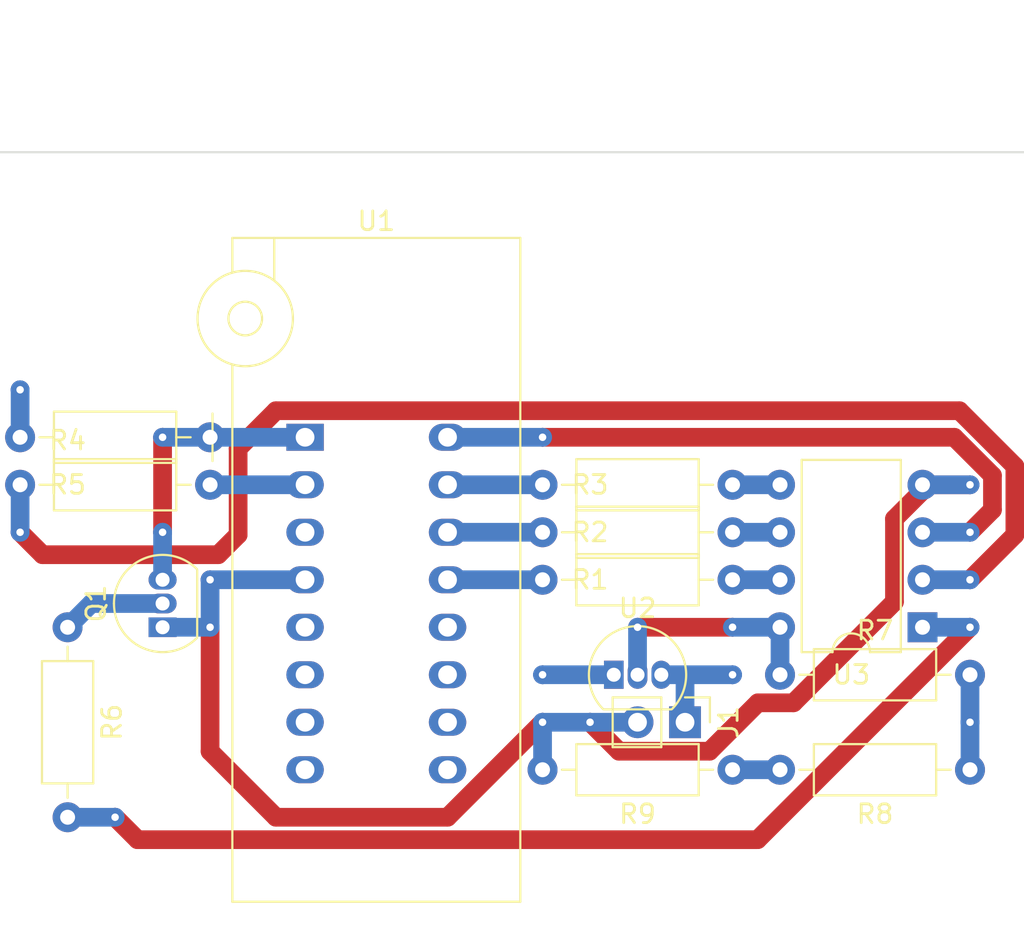
<source format=kicad_pcb>
(kicad_pcb (version 20171130) (host pcbnew "(5.1.10)-1")

  (general
    (thickness 1.6)
    (drawings 4)
    (tracks 118)
    (zones 0)
    (modules 14)
    (nets 19)
  )

  (page A4)
  (layers
    (0 F.Cu signal)
    (1 In1.Cu signal)
    (2 In2.Cu signal hide)
    (31 B.Cu signal hide)
    (32 B.Adhes user hide)
    (33 F.Adhes user hide)
    (34 B.Paste user hide)
    (35 F.Paste user hide)
    (36 B.SilkS user hide)
    (37 F.SilkS user hide)
    (38 B.Mask user)
    (39 F.Mask user hide)
    (40 Dwgs.User user hide)
    (41 Cmts.User user hide)
    (42 Eco1.User user hide)
    (43 Eco2.User user hide)
    (44 Edge.Cuts user hide)
    (45 Margin user hide)
    (46 B.CrtYd user hide)
    (47 F.CrtYd user)
    (48 B.Fab user hide)
    (49 F.Fab user)
  )

  (setup
    (last_trace_width 1)
    (trace_clearance 0.2)
    (zone_clearance 0.508)
    (zone_45_only no)
    (trace_min 0.2)
    (via_size 1)
    (via_drill 0.4)
    (via_min_size 0.4)
    (via_min_drill 0.3)
    (uvia_size 0.3)
    (uvia_drill 0.1)
    (uvias_allowed no)
    (uvia_min_size 0.2)
    (uvia_min_drill 0.1)
    (edge_width 0.05)
    (segment_width 0.2)
    (pcb_text_width 0.3)
    (pcb_text_size 1.5 1.5)
    (mod_edge_width 0.12)
    (mod_text_size 1 1)
    (mod_text_width 0.15)
    (pad_size 1.524 1.524)
    (pad_drill 0.762)
    (pad_to_mask_clearance 0)
    (aux_axis_origin 0 0)
    (visible_elements FFFFFF7F)
    (pcbplotparams
      (layerselection 0x29040_ffffffff)
      (usegerberextensions false)
      (usegerberattributes true)
      (usegerberadvancedattributes true)
      (creategerberjobfile true)
      (excludeedgelayer true)
      (linewidth 0.100000)
      (plotframeref false)
      (viasonmask false)
      (mode 1)
      (useauxorigin false)
      (hpglpennumber 1)
      (hpglpenspeed 20)
      (hpglpendiameter 15.000000)
      (psnegative false)
      (psa4output false)
      (plotreference true)
      (plotvalue true)
      (plotinvisibletext false)
      (padsonsilk false)
      (subtractmaskfromsilk false)
      (outputformat 4)
      (mirror false)
      (drillshape 0)
      (scaleselection 1)
      (outputdirectory "./"))
  )

  (net 0 "")
  (net 1 "Net-(Q1-Pad2)")
  (net 2 "Net-(Q1-Pad3)")
  (net 3 GND)
  (net 4 "Net-(R4-Pad2)")
  (net 5 "Net-(U1-Pad3)")
  (net 6 "Net-(R1-Pad2)")
  (net 7 "Net-(R2-Pad2)")
  (net 8 "Net-(R3-Pad2)")
  (net 9 /D8)
  (net 10 "Net-(R7-Pad2)")
  (net 11 +12V)
  (net 12 +5V)
  (net 13 /D13)
  (net 14 /D9)
  (net 15 /D12)
  (net 16 /D10)
  (net 17 /D11)
  (net 18 "Net-(R8-Pad2)")

  (net_class Default "This is the default net class."
    (clearance 0.2)
    (trace_width 1)
    (via_dia 1)
    (via_drill 0.4)
    (uvia_dia 0.3)
    (uvia_drill 0.1)
    (add_net +12V)
    (add_net +5V)
    (add_net /D10)
    (add_net /D11)
    (add_net /D12)
    (add_net /D13)
    (add_net /D8)
    (add_net /D9)
    (add_net GND)
    (add_net "Net-(Q1-Pad2)")
    (add_net "Net-(Q1-Pad3)")
    (add_net "Net-(R1-Pad2)")
    (add_net "Net-(R2-Pad2)")
    (add_net "Net-(R3-Pad2)")
    (add_net "Net-(R4-Pad2)")
    (add_net "Net-(R7-Pad2)")
    (add_net "Net-(R8-Pad2)")
    (add_net "Net-(U1-Pad3)")
  )

  (module Connector_PinHeader_2.54mm:PinHeader_1x02_P2.54mm_Vertical (layer F.Cu) (tedit 59FED5CC) (tstamp 616BDAAD)
    (at 157.48 116.84 270)
    (descr "Through hole straight pin header, 1x02, 2.54mm pitch, single row")
    (tags "Through hole pin header THT 1x02 2.54mm single row")
    (path /616E41C1)
    (fp_text reference J1 (at 0 -2.33 90) (layer F.SilkS)
      (effects (font (size 1 1) (thickness 0.15)))
    )
    (fp_text value Conn_01x02_Male (at 0 4.87 90) (layer F.Fab)
      (effects (font (size 1 1) (thickness 0.15)))
    )
    (fp_text user %R (at 0 1.27) (layer F.Fab)
      (effects (font (size 1 1) (thickness 0.15)))
    )
    (fp_line (start -0.635 -1.27) (end 1.27 -1.27) (layer F.Fab) (width 0.1))
    (fp_line (start 1.27 -1.27) (end 1.27 3.81) (layer F.Fab) (width 0.1))
    (fp_line (start 1.27 3.81) (end -1.27 3.81) (layer F.Fab) (width 0.1))
    (fp_line (start -1.27 3.81) (end -1.27 -0.635) (layer F.Fab) (width 0.1))
    (fp_line (start -1.27 -0.635) (end -0.635 -1.27) (layer F.Fab) (width 0.1))
    (fp_line (start -1.33 3.87) (end 1.33 3.87) (layer F.SilkS) (width 0.12))
    (fp_line (start -1.33 1.27) (end -1.33 3.87) (layer F.SilkS) (width 0.12))
    (fp_line (start 1.33 1.27) (end 1.33 3.87) (layer F.SilkS) (width 0.12))
    (fp_line (start -1.33 1.27) (end 1.33 1.27) (layer F.SilkS) (width 0.12))
    (fp_line (start -1.33 0) (end -1.33 -1.33) (layer F.SilkS) (width 0.12))
    (fp_line (start -1.33 -1.33) (end 0 -1.33) (layer F.SilkS) (width 0.12))
    (fp_line (start -1.8 -1.8) (end -1.8 4.35) (layer F.CrtYd) (width 0.05))
    (fp_line (start -1.8 4.35) (end 1.8 4.35) (layer F.CrtYd) (width 0.05))
    (fp_line (start 1.8 4.35) (end 1.8 -1.8) (layer F.CrtYd) (width 0.05))
    (fp_line (start 1.8 -1.8) (end -1.8 -1.8) (layer F.CrtYd) (width 0.05))
    (pad 2 thru_hole oval (at 0 2.54 270) (size 1.7 1.7) (drill 1) (layers *.Cu *.Mask)
      (net 3 GND))
    (pad 1 thru_hole rect (at 0 0 270) (size 1.7 1.7) (drill 1) (layers *.Cu *.Mask)
      (net 11 +12V))
    (model ${KISYS3DMOD}/Connector_PinHeader_2.54mm.3dshapes/PinHeader_1x02_P2.54mm_Vertical.wrl
      (at (xyz 0 0 0))
      (scale (xyz 1 1 1))
      (rotate (xyz 0 0 0))
    )
  )

  (module _computemachines:DIP_Socket-16_W4.3_W5.08_W7.62_W10.16_W10.9_3M_216-3340-00-0602J (layer F.Cu) (tedit 616B5AC9) (tstamp 616B86D7)
    (at 137.16 101.6)
    (descr "3M 16-pin zero insertion force socket, through-hole, row spacing 7.62 mm (300 mils), http://multimedia.3m.com/mws/media/494546O/3mtm-dip-sockets-100-2-54-mm-ts0365.pdf")
    (tags "THT DIP DIL ZIF 7.62mm 300mil Socket")
    (path /616B34A0)
    (fp_text reference U1 (at 3.81 -11.56) (layer F.SilkS)
      (effects (font (size 1 1) (thickness 0.15)))
    )
    (fp_text value ATtiny85-20PU (at 3.81 25.74) (layer F.Fab)
      (effects (font (size 0.6 0.6) (thickness 0.09)))
    )
    (fp_text user %R (at 3.81 7.09) (layer F.Fab)
      (effects (font (size 1 1) (thickness 0.15)))
    )
    (fp_circle (center -3.2 -6.35) (end -0.65 -6.35) (layer F.SilkS) (width 0.12))
    (fp_circle (center -3.2 -6.35) (end -2.3 -6.35) (layer F.SilkS) (width 0.12))
    (fp_line (start -5.5 -23.36) (end 0.1 -23.36) (layer F.CrtYd) (width 0.05))
    (fp_line (start 0.1 -23.36) (end 0.1 -11.06) (layer F.CrtYd) (width 0.05))
    (fp_line (start 0.1 -11.06) (end 11.91 -11.06) (layer F.CrtYd) (width 0.05))
    (fp_line (start 11.91 -11.06) (end 11.91 25.24) (layer F.CrtYd) (width 0.05))
    (fp_line (start 11.91 25.24) (end -4.29 25.24) (layer F.CrtYd) (width 0.05))
    (fp_line (start -4.29 25.24) (end -4.29 -3.4) (layer F.CrtYd) (width 0.05))
    (fp_line (start -4.29 -3.4) (end -5.5 -3.4) (layer F.CrtYd) (width 0.05))
    (fp_line (start -5.5 -3.4) (end -5.5 -23.36) (layer F.CrtYd) (width 0.05))
    (fp_line (start -5 -21.46) (end -3.7 -22.86) (layer F.Fab) (width 0.1))
    (fp_line (start -3.7 -22.86) (end -1.7 -22.86) (layer F.Fab) (width 0.1))
    (fp_line (start -1.7 -22.86) (end -0.4 -21.46) (layer F.Fab) (width 0.1))
    (fp_line (start -0.4 -21.46) (end -5 -21.46) (layer F.Fab) (width 0.1))
    (fp_line (start -5 -21.46) (end -5 -17.86) (layer F.Fab) (width 0.1))
    (fp_line (start -5 -17.86) (end -0.4 -17.86) (layer F.Fab) (width 0.1))
    (fp_line (start -0.4 -17.86) (end -0.4 -21.46) (layer F.Fab) (width 0.1))
    (fp_line (start -5 -17.86) (end -3.5 -15.86) (layer F.Fab) (width 0.1))
    (fp_line (start -0.4 -17.86) (end -1.9 -15.86) (layer F.Fab) (width 0.1))
    (fp_line (start -3.5 -9.75) (end -3.5 -15.86) (layer F.Fab) (width 0.1))
    (fp_line (start -3.5 -15.86) (end -1.9 -15.86) (layer F.Fab) (width 0.1))
    (fp_line (start -1.9 -15.86) (end -1.9 -10.56) (layer F.Fab) (width 0.1))
    (fp_line (start 11.41 24.74) (end -3.79 24.74) (layer F.Fab) (width 0.1))
    (fp_line (start -3.79 24.74) (end -3.79 -9.4) (layer F.Fab) (width 0.1))
    (fp_line (start -3.79 -9.4) (end -2.85 -10.56) (layer F.Fab) (width 0.1))
    (fp_line (start -2.85 -10.56) (end 11.41 -10.56) (layer F.Fab) (width 0.1))
    (fp_line (start 11.41 -10.56) (end 11.41 24.74) (layer F.Fab) (width 0.1))
    (fp_line (start -3.89 -3.9) (end -3.89 24.84) (layer F.SilkS) (width 0.12))
    (fp_line (start -3.89 24.84) (end 11.51 24.84) (layer F.SilkS) (width 0.12))
    (fp_line (start 11.51 24.84) (end 11.51 -10.66) (layer F.SilkS) (width 0.12))
    (fp_line (start 11.51 -10.66) (end -3.89 -10.66) (layer F.SilkS) (width 0.12))
    (fp_line (start -3.89 -10.66) (end -3.89 -8.8) (layer F.SilkS) (width 0.12))
    (fp_line (start -1.65 -10.66) (end -1.65 -8.4) (layer F.SilkS) (width 0.12))
    (fp_line (start -4.95 1.27) (end -4.95 -1.27) (layer F.SilkS) (width 0.12))
    (pad "" thru_hole oval (at 7.62 17.78) (size 2 1.44) (drill 1) (layers *.Cu *.Mask))
    (pad "" thru_hole oval (at 0 17.78) (size 2 1.44) (drill 1) (layers *.Cu *.Mask))
    (pad "" thru_hole oval (at 7.62 15.24) (size 2 1.44) (drill 1) (layers *.Cu *.Mask))
    (pad "" thru_hole oval (at 0 15.24) (size 2 1.44) (drill 1) (layers *.Cu *.Mask Dwgs.User))
    (pad "" thru_hole oval (at 7.62 12.7) (size 2 1.44) (drill 1) (layers *.Cu *.Mask))
    (pad "" thru_hole oval (at 0 12.7) (size 2 1.44) (drill 1) (layers *.Cu *.Mask))
    (pad "" thru_hole oval (at 7.62 10.16) (size 2 1.44) (drill 1) (layers *.Cu *.Mask))
    (pad "" thru_hole oval (at 0 10.16) (size 2 1.44) (drill 1) (layers *.Cu *.Mask))
    (pad 5 thru_hole oval (at 7.62 7.62) (size 2 1.44) (drill 1) (layers *.Cu *.Mask)
      (net 6 "Net-(R1-Pad2)"))
    (pad 4 thru_hole oval (at 0 7.62) (size 2 1.44) (drill 1) (layers *.Cu *.Mask)
      (net 3 GND))
    (pad 6 thru_hole oval (at 7.62 5.08) (size 2 1.44) (drill 1) (layers *.Cu *.Mask)
      (net 7 "Net-(R2-Pad2)"))
    (pad 3 thru_hole oval (at 0 5.08) (size 2 1.44) (drill 1) (layers *.Cu *.Mask)
      (net 5 "Net-(U1-Pad3)"))
    (pad 7 thru_hole oval (at 7.62 2.54) (size 2 1.44) (drill 1) (layers *.Cu *.Mask)
      (net 8 "Net-(R3-Pad2)"))
    (pad 2 thru_hole oval (at 0 2.54) (size 2 1.44) (drill 1) (layers *.Cu *.Mask)
      (net 4 "Net-(R4-Pad2)"))
    (pad 8 thru_hole oval (at 7.62 0) (size 2 1.44) (drill 1) (layers *.Cu *.Mask)
      (net 9 /D8))
    (pad 1 thru_hole rect (at 0 0) (size 2 1.44) (drill 1) (layers *.Cu *.Mask)
      (net 2 "Net-(Q1-Pad3)"))
    (model ${KISYS3DMOD}/Socket.3dshapes/DIP_Socket-16_W4.3_W5.08_W7.62_W10.16_W10.9_3M_216-3340-00-0602J.wrl
      (at (xyz 0 0 0))
      (scale (xyz 1 1 1))
      (rotate (xyz 0 0 0))
    )
  )

  (module Package_TO_SOT_THT:TO-92_Inline (layer F.Cu) (tedit 5A1DD157) (tstamp 616B9745)
    (at 153.67 114.3)
    (descr "TO-92 leads in-line, narrow, oval pads, drill 0.75mm (see NXP sot054_po.pdf)")
    (tags "to-92 sc-43 sc-43a sot54 PA33 transistor")
    (path /616D057D)
    (fp_text reference U2 (at 1.27 -3.56) (layer F.SilkS)
      (effects (font (size 1 1) (thickness 0.15)))
    )
    (fp_text value LM317L_TO92 (at 1.27 2.79) (layer F.Fab)
      (effects (font (size 1 1) (thickness 0.15)))
    )
    (fp_arc (start 1.27 0) (end 1.27 -2.6) (angle 135) (layer F.SilkS) (width 0.12))
    (fp_arc (start 1.27 0) (end 1.27 -2.48) (angle -135) (layer F.Fab) (width 0.1))
    (fp_arc (start 1.27 0) (end 1.27 -2.6) (angle -135) (layer F.SilkS) (width 0.12))
    (fp_arc (start 1.27 0) (end 1.27 -2.48) (angle 135) (layer F.Fab) (width 0.1))
    (fp_text user %R (at 1.27 -2.48) (layer F.Fab)
      (effects (font (size 1 1) (thickness 0.15)))
    )
    (fp_line (start -0.53 1.85) (end 3.07 1.85) (layer F.SilkS) (width 0.12))
    (fp_line (start -0.5 1.75) (end 3 1.75) (layer F.Fab) (width 0.1))
    (fp_line (start -1.46 -2.73) (end 4 -2.73) (layer F.CrtYd) (width 0.05))
    (fp_line (start -1.46 -2.73) (end -1.46 2.01) (layer F.CrtYd) (width 0.05))
    (fp_line (start 4 2.01) (end 4 -2.73) (layer F.CrtYd) (width 0.05))
    (fp_line (start 4 2.01) (end -1.46 2.01) (layer F.CrtYd) (width 0.05))
    (pad 1 thru_hole rect (at 0 0) (size 1.05 1.5) (drill 0.75) (layers *.Cu *.Mask)
      (net 10 "Net-(R7-Pad2)"))
    (pad 3 thru_hole oval (at 2.54 0) (size 1.05 1.5) (drill 0.75) (layers *.Cu *.Mask)
      (net 11 +12V))
    (pad 2 thru_hole oval (at 1.27 0) (size 1.05 1.5) (drill 0.75) (layers *.Cu *.Mask)
      (net 12 +5V))
    (model ${KISYS3DMOD}/Package_TO_SOT_THT.3dshapes/TO-92_Inline.wrl
      (at (xyz 0 0 0))
      (scale (xyz 1 1 1))
      (rotate (xyz 0 0 0))
    )
  )

  (module Resistor_THT:R_Axial_DIN0207_L6.3mm_D2.5mm_P10.16mm_Horizontal (layer F.Cu) (tedit 5AE5139B) (tstamp 616B8FBE)
    (at 160.02 119.38 180)
    (descr "Resistor, Axial_DIN0207 series, Axial, Horizontal, pin pitch=10.16mm, 0.25W = 1/4W, length*diameter=6.3*2.5mm^2, http://cdn-reichelt.de/documents/datenblatt/B400/1_4W%23YAG.pdf")
    (tags "Resistor Axial_DIN0207 series Axial Horizontal pin pitch 10.16mm 0.25W = 1/4W length 6.3mm diameter 2.5mm")
    (path /616C209D)
    (fp_text reference R9 (at 5.08 -2.37) (layer F.SilkS)
      (effects (font (size 1 1) (thickness 0.15)))
    )
    (fp_text value 470 (at 5.08 0) (layer F.Fab)
      (effects (font (size 1 1) (thickness 0.15)))
    )
    (fp_line (start 1.93 -1.25) (end 1.93 1.25) (layer F.Fab) (width 0.1))
    (fp_line (start 1.93 1.25) (end 8.23 1.25) (layer F.Fab) (width 0.1))
    (fp_line (start 8.23 1.25) (end 8.23 -1.25) (layer F.Fab) (width 0.1))
    (fp_line (start 8.23 -1.25) (end 1.93 -1.25) (layer F.Fab) (width 0.1))
    (fp_line (start 0 0) (end 1.93 0) (layer F.Fab) (width 0.1))
    (fp_line (start 10.16 0) (end 8.23 0) (layer F.Fab) (width 0.1))
    (fp_line (start 1.81 -1.37) (end 1.81 1.37) (layer F.SilkS) (width 0.12))
    (fp_line (start 1.81 1.37) (end 8.35 1.37) (layer F.SilkS) (width 0.12))
    (fp_line (start 8.35 1.37) (end 8.35 -1.37) (layer F.SilkS) (width 0.12))
    (fp_line (start 8.35 -1.37) (end 1.81 -1.37) (layer F.SilkS) (width 0.12))
    (fp_line (start 1.04 0) (end 1.81 0) (layer F.SilkS) (width 0.12))
    (fp_line (start 9.12 0) (end 8.35 0) (layer F.SilkS) (width 0.12))
    (fp_line (start -1.05 -1.5) (end -1.05 1.5) (layer F.CrtYd) (width 0.05))
    (fp_line (start -1.05 1.5) (end 11.21 1.5) (layer F.CrtYd) (width 0.05))
    (fp_line (start 11.21 1.5) (end 11.21 -1.5) (layer F.CrtYd) (width 0.05))
    (fp_line (start 11.21 -1.5) (end -1.05 -1.5) (layer F.CrtYd) (width 0.05))
    (pad 2 thru_hole oval (at 10.16 0 180) (size 1.6 1.6) (drill 0.8) (layers *.Cu *.Mask)
      (net 3 GND))
    (pad 1 thru_hole circle (at 0 0 180) (size 1.6 1.6) (drill 0.8) (layers *.Cu *.Mask)
      (net 18 "Net-(R8-Pad2)"))
    (model ${KISYS3DMOD}/Resistor_THT.3dshapes/R_Axial_DIN0207_L6.3mm_D2.5mm_P10.16mm_Horizontal.wrl
      (at (xyz 0 0 0))
      (scale (xyz 1 1 1))
      (rotate (xyz 0 0 0))
    )
  )

  (module Resistor_THT:R_Axial_DIN0207_L6.3mm_D2.5mm_P10.16mm_Horizontal (layer F.Cu) (tedit 5AE5139B) (tstamp 616B8FA7)
    (at 172.72 119.38 180)
    (descr "Resistor, Axial_DIN0207 series, Axial, Horizontal, pin pitch=10.16mm, 0.25W = 1/4W, length*diameter=6.3*2.5mm^2, http://cdn-reichelt.de/documents/datenblatt/B400/1_4W%23YAG.pdf")
    (tags "Resistor Axial_DIN0207 series Axial Horizontal pin pitch 10.16mm 0.25W = 1/4W length 6.3mm diameter 2.5mm")
    (path /616B4EFB)
    (fp_text reference R8 (at 5.08 -2.37) (layer F.SilkS)
      (effects (font (size 1 1) (thickness 0.15)))
    )
    (fp_text value 1k (at 5.08 0) (layer F.Fab)
      (effects (font (size 1 1) (thickness 0.15)))
    )
    (fp_line (start 1.93 -1.25) (end 1.93 1.25) (layer F.Fab) (width 0.1))
    (fp_line (start 1.93 1.25) (end 8.23 1.25) (layer F.Fab) (width 0.1))
    (fp_line (start 8.23 1.25) (end 8.23 -1.25) (layer F.Fab) (width 0.1))
    (fp_line (start 8.23 -1.25) (end 1.93 -1.25) (layer F.Fab) (width 0.1))
    (fp_line (start 0 0) (end 1.93 0) (layer F.Fab) (width 0.1))
    (fp_line (start 10.16 0) (end 8.23 0) (layer F.Fab) (width 0.1))
    (fp_line (start 1.81 -1.37) (end 1.81 1.37) (layer F.SilkS) (width 0.12))
    (fp_line (start 1.81 1.37) (end 8.35 1.37) (layer F.SilkS) (width 0.12))
    (fp_line (start 8.35 1.37) (end 8.35 -1.37) (layer F.SilkS) (width 0.12))
    (fp_line (start 8.35 -1.37) (end 1.81 -1.37) (layer F.SilkS) (width 0.12))
    (fp_line (start 1.04 0) (end 1.81 0) (layer F.SilkS) (width 0.12))
    (fp_line (start 9.12 0) (end 8.35 0) (layer F.SilkS) (width 0.12))
    (fp_line (start -1.05 -1.5) (end -1.05 1.5) (layer F.CrtYd) (width 0.05))
    (fp_line (start -1.05 1.5) (end 11.21 1.5) (layer F.CrtYd) (width 0.05))
    (fp_line (start 11.21 1.5) (end 11.21 -1.5) (layer F.CrtYd) (width 0.05))
    (fp_line (start 11.21 -1.5) (end -1.05 -1.5) (layer F.CrtYd) (width 0.05))
    (pad 2 thru_hole oval (at 10.16 0 180) (size 1.6 1.6) (drill 0.8) (layers *.Cu *.Mask)
      (net 18 "Net-(R8-Pad2)"))
    (pad 1 thru_hole circle (at 0 0 180) (size 1.6 1.6) (drill 0.8) (layers *.Cu *.Mask)
      (net 10 "Net-(R7-Pad2)"))
    (model ${KISYS3DMOD}/Resistor_THT.3dshapes/R_Axial_DIN0207_L6.3mm_D2.5mm_P10.16mm_Horizontal.wrl
      (at (xyz 0 0 0))
      (scale (xyz 1 1 1))
      (rotate (xyz 0 0 0))
    )
  )

  (module Resistor_THT:R_Axial_DIN0207_L6.3mm_D2.5mm_P10.16mm_Horizontal (layer F.Cu) (tedit 5AE5139B) (tstamp 616B8F90)
    (at 162.56 114.3)
    (descr "Resistor, Axial_DIN0207 series, Axial, Horizontal, pin pitch=10.16mm, 0.25W = 1/4W, length*diameter=6.3*2.5mm^2, http://cdn-reichelt.de/documents/datenblatt/B400/1_4W%23YAG.pdf")
    (tags "Resistor Axial_DIN0207 series Axial Horizontal pin pitch 10.16mm 0.25W = 1/4W length 6.3mm diameter 2.5mm")
    (path /616B5545)
    (fp_text reference R7 (at 5.08 -2.37) (layer F.SilkS)
      (effects (font (size 1 1) (thickness 0.15)))
    )
    (fp_text value 470 (at 5.08 0) (layer F.Fab)
      (effects (font (size 1 1) (thickness 0.15)))
    )
    (fp_line (start 1.93 -1.25) (end 1.93 1.25) (layer F.Fab) (width 0.1))
    (fp_line (start 1.93 1.25) (end 8.23 1.25) (layer F.Fab) (width 0.1))
    (fp_line (start 8.23 1.25) (end 8.23 -1.25) (layer F.Fab) (width 0.1))
    (fp_line (start 8.23 -1.25) (end 1.93 -1.25) (layer F.Fab) (width 0.1))
    (fp_line (start 0 0) (end 1.93 0) (layer F.Fab) (width 0.1))
    (fp_line (start 10.16 0) (end 8.23 0) (layer F.Fab) (width 0.1))
    (fp_line (start 1.81 -1.37) (end 1.81 1.37) (layer F.SilkS) (width 0.12))
    (fp_line (start 1.81 1.37) (end 8.35 1.37) (layer F.SilkS) (width 0.12))
    (fp_line (start 8.35 1.37) (end 8.35 -1.37) (layer F.SilkS) (width 0.12))
    (fp_line (start 8.35 -1.37) (end 1.81 -1.37) (layer F.SilkS) (width 0.12))
    (fp_line (start 1.04 0) (end 1.81 0) (layer F.SilkS) (width 0.12))
    (fp_line (start 9.12 0) (end 8.35 0) (layer F.SilkS) (width 0.12))
    (fp_line (start -1.05 -1.5) (end -1.05 1.5) (layer F.CrtYd) (width 0.05))
    (fp_line (start -1.05 1.5) (end 11.21 1.5) (layer F.CrtYd) (width 0.05))
    (fp_line (start 11.21 1.5) (end 11.21 -1.5) (layer F.CrtYd) (width 0.05))
    (fp_line (start 11.21 -1.5) (end -1.05 -1.5) (layer F.CrtYd) (width 0.05))
    (pad 2 thru_hole oval (at 10.16 0) (size 1.6 1.6) (drill 0.8) (layers *.Cu *.Mask)
      (net 10 "Net-(R7-Pad2)"))
    (pad 1 thru_hole circle (at 0 0) (size 1.6 1.6) (drill 0.8) (layers *.Cu *.Mask)
      (net 12 +5V))
    (model ${KISYS3DMOD}/Resistor_THT.3dshapes/R_Axial_DIN0207_L6.3mm_D2.5mm_P10.16mm_Horizontal.wrl
      (at (xyz 0 0 0))
      (scale (xyz 1 1 1))
      (rotate (xyz 0 0 0))
    )
  )

  (module Resistor_THT:R_Axial_DIN0207_L6.3mm_D2.5mm_P10.16mm_Horizontal (layer F.Cu) (tedit 5AE5139B) (tstamp 616B8F79)
    (at 124.46 111.76 270)
    (descr "Resistor, Axial_DIN0207 series, Axial, Horizontal, pin pitch=10.16mm, 0.25W = 1/4W, length*diameter=6.3*2.5mm^2, http://cdn-reichelt.de/documents/datenblatt/B400/1_4W%23YAG.pdf")
    (tags "Resistor Axial_DIN0207 series Axial Horizontal pin pitch 10.16mm 0.25W = 1/4W length 6.3mm diameter 2.5mm")
    (path /616BF678)
    (fp_text reference R6 (at 5.08 -2.37 90) (layer F.SilkS)
      (effects (font (size 1 1) (thickness 0.15)))
    )
    (fp_text value 1k (at 5.08 2.37 90) (layer F.Fab)
      (effects (font (size 1 1) (thickness 0.15)))
    )
    (fp_text user %R (at 5.08 0 90) (layer F.Fab)
      (effects (font (size 1 1) (thickness 0.15)))
    )
    (fp_line (start 1.93 -1.25) (end 1.93 1.25) (layer F.Fab) (width 0.1))
    (fp_line (start 1.93 1.25) (end 8.23 1.25) (layer F.Fab) (width 0.1))
    (fp_line (start 8.23 1.25) (end 8.23 -1.25) (layer F.Fab) (width 0.1))
    (fp_line (start 8.23 -1.25) (end 1.93 -1.25) (layer F.Fab) (width 0.1))
    (fp_line (start 0 0) (end 1.93 0) (layer F.Fab) (width 0.1))
    (fp_line (start 10.16 0) (end 8.23 0) (layer F.Fab) (width 0.1))
    (fp_line (start 1.81 -1.37) (end 1.81 1.37) (layer F.SilkS) (width 0.12))
    (fp_line (start 1.81 1.37) (end 8.35 1.37) (layer F.SilkS) (width 0.12))
    (fp_line (start 8.35 1.37) (end 8.35 -1.37) (layer F.SilkS) (width 0.12))
    (fp_line (start 8.35 -1.37) (end 1.81 -1.37) (layer F.SilkS) (width 0.12))
    (fp_line (start 1.04 0) (end 1.81 0) (layer F.SilkS) (width 0.12))
    (fp_line (start 9.12 0) (end 8.35 0) (layer F.SilkS) (width 0.12))
    (fp_line (start -1.05 -1.5) (end -1.05 1.5) (layer F.CrtYd) (width 0.05))
    (fp_line (start -1.05 1.5) (end 11.21 1.5) (layer F.CrtYd) (width 0.05))
    (fp_line (start 11.21 1.5) (end 11.21 -1.5) (layer F.CrtYd) (width 0.05))
    (fp_line (start 11.21 -1.5) (end -1.05 -1.5) (layer F.CrtYd) (width 0.05))
    (pad 2 thru_hole oval (at 10.16 0 270) (size 1.6 1.6) (drill 0.8) (layers *.Cu *.Mask)
      (net 13 /D13))
    (pad 1 thru_hole circle (at 0 0 270) (size 1.6 1.6) (drill 0.8) (layers *.Cu *.Mask)
      (net 1 "Net-(Q1-Pad2)"))
    (model ${KISYS3DMOD}/Resistor_THT.3dshapes/R_Axial_DIN0207_L6.3mm_D2.5mm_P10.16mm_Horizontal.wrl
      (at (xyz 0 0 0))
      (scale (xyz 1 1 1))
      (rotate (xyz 0 0 0))
    )
  )

  (module Resistor_THT:R_Axial_DIN0207_L6.3mm_D2.5mm_P10.16mm_Horizontal (layer F.Cu) (tedit 5AE5139B) (tstamp 616B8F62)
    (at 132.08 101.6 180)
    (descr "Resistor, Axial_DIN0207 series, Axial, Horizontal, pin pitch=10.16mm, 0.25W = 1/4W, length*diameter=6.3*2.5mm^2, http://cdn-reichelt.de/documents/datenblatt/B400/1_4W%23YAG.pdf")
    (tags "Resistor Axial_DIN0207 series Axial Horizontal pin pitch 10.16mm 0.25W = 1/4W length 6.3mm diameter 2.5mm")
    (path /616BE8A3)
    (fp_text reference R5 (at 7.62 -2.54) (layer F.SilkS)
      (effects (font (size 1 1) (thickness 0.15)))
    )
    (fp_text value 1k (at 5.08 0) (layer F.Fab)
      (effects (font (size 1 1) (thickness 0.15)))
    )
    (fp_line (start 1.93 -1.25) (end 1.93 1.25) (layer F.Fab) (width 0.1))
    (fp_line (start 1.93 1.25) (end 8.23 1.25) (layer F.Fab) (width 0.1))
    (fp_line (start 8.23 1.25) (end 8.23 -1.25) (layer F.Fab) (width 0.1))
    (fp_line (start 8.23 -1.25) (end 1.93 -1.25) (layer F.Fab) (width 0.1))
    (fp_line (start 0 0) (end 1.93 0) (layer F.Fab) (width 0.1))
    (fp_line (start 10.16 0) (end 8.23 0) (layer F.Fab) (width 0.1))
    (fp_line (start 1.81 -1.37) (end 1.81 1.37) (layer F.SilkS) (width 0.12))
    (fp_line (start 1.81 1.37) (end 8.35 1.37) (layer F.SilkS) (width 0.12))
    (fp_line (start 8.35 1.37) (end 8.35 -1.37) (layer F.SilkS) (width 0.12))
    (fp_line (start 8.35 -1.37) (end 1.81 -1.37) (layer F.SilkS) (width 0.12))
    (fp_line (start 1.04 0) (end 1.81 0) (layer F.SilkS) (width 0.12))
    (fp_line (start 9.12 0) (end 8.35 0) (layer F.SilkS) (width 0.12))
    (fp_line (start -1.05 -1.5) (end -1.05 1.5) (layer F.CrtYd) (width 0.05))
    (fp_line (start -1.05 1.5) (end 11.21 1.5) (layer F.CrtYd) (width 0.05))
    (fp_line (start 11.21 1.5) (end 11.21 -1.5) (layer F.CrtYd) (width 0.05))
    (fp_line (start 11.21 -1.5) (end -1.05 -1.5) (layer F.CrtYd) (width 0.05))
    (pad 2 thru_hole oval (at 10.16 0 180) (size 1.6 1.6) (drill 0.8) (layers *.Cu *.Mask)
      (net 11 +12V))
    (pad 1 thru_hole circle (at 0 0 180) (size 1.6 1.6) (drill 0.8) (layers *.Cu *.Mask)
      (net 2 "Net-(Q1-Pad3)"))
    (model ${KISYS3DMOD}/Resistor_THT.3dshapes/R_Axial_DIN0207_L6.3mm_D2.5mm_P10.16mm_Horizontal.wrl
      (at (xyz 0 0 0))
      (scale (xyz 1 1 1))
      (rotate (xyz 0 0 0))
    )
  )

  (module Resistor_THT:R_Axial_DIN0207_L6.3mm_D2.5mm_P10.16mm_Horizontal (layer F.Cu) (tedit 5AE5139B) (tstamp 616B8F4B)
    (at 121.92 104.14)
    (descr "Resistor, Axial_DIN0207 series, Axial, Horizontal, pin pitch=10.16mm, 0.25W = 1/4W, length*diameter=6.3*2.5mm^2, http://cdn-reichelt.de/documents/datenblatt/B400/1_4W%23YAG.pdf")
    (tags "Resistor Axial_DIN0207 series Axial Horizontal pin pitch 10.16mm 0.25W = 1/4W length 6.3mm diameter 2.5mm")
    (path /616B9022)
    (fp_text reference R4 (at 2.54 -2.37) (layer F.SilkS)
      (effects (font (size 1 1) (thickness 0.15)))
    )
    (fp_text value 1k (at 5.08 0) (layer F.Fab)
      (effects (font (size 1 1) (thickness 0.15)))
    )
    (fp_line (start 1.93 -1.25) (end 1.93 1.25) (layer F.Fab) (width 0.1))
    (fp_line (start 1.93 1.25) (end 8.23 1.25) (layer F.Fab) (width 0.1))
    (fp_line (start 8.23 1.25) (end 8.23 -1.25) (layer F.Fab) (width 0.1))
    (fp_line (start 8.23 -1.25) (end 1.93 -1.25) (layer F.Fab) (width 0.1))
    (fp_line (start 0 0) (end 1.93 0) (layer F.Fab) (width 0.1))
    (fp_line (start 10.16 0) (end 8.23 0) (layer F.Fab) (width 0.1))
    (fp_line (start 1.81 -1.37) (end 1.81 1.37) (layer F.SilkS) (width 0.12))
    (fp_line (start 1.81 1.37) (end 8.35 1.37) (layer F.SilkS) (width 0.12))
    (fp_line (start 8.35 1.37) (end 8.35 -1.37) (layer F.SilkS) (width 0.12))
    (fp_line (start 8.35 -1.37) (end 1.81 -1.37) (layer F.SilkS) (width 0.12))
    (fp_line (start 1.04 0) (end 1.81 0) (layer F.SilkS) (width 0.12))
    (fp_line (start 9.12 0) (end 8.35 0) (layer F.SilkS) (width 0.12))
    (fp_line (start -1.05 -1.5) (end -1.05 1.5) (layer F.CrtYd) (width 0.05))
    (fp_line (start -1.05 1.5) (end 11.21 1.5) (layer F.CrtYd) (width 0.05))
    (fp_line (start 11.21 1.5) (end 11.21 -1.5) (layer F.CrtYd) (width 0.05))
    (fp_line (start 11.21 -1.5) (end -1.05 -1.5) (layer F.CrtYd) (width 0.05))
    (pad 2 thru_hole oval (at 10.16 0) (size 1.6 1.6) (drill 0.8) (layers *.Cu *.Mask)
      (net 4 "Net-(R4-Pad2)"))
    (pad 1 thru_hole circle (at 0 0) (size 1.6 1.6) (drill 0.8) (layers *.Cu *.Mask)
      (net 15 /D12))
    (model ${KISYS3DMOD}/Resistor_THT.3dshapes/R_Axial_DIN0207_L6.3mm_D2.5mm_P10.16mm_Horizontal.wrl
      (at (xyz 0 0 0))
      (scale (xyz 1 1 1))
      (rotate (xyz 0 0 0))
    )
  )

  (module Resistor_THT:R_Axial_DIN0207_L6.3mm_D2.5mm_P10.16mm_Horizontal (layer F.Cu) (tedit 5AE5139B) (tstamp 616B8F34)
    (at 160.02 104.14 180)
    (descr "Resistor, Axial_DIN0207 series, Axial, Horizontal, pin pitch=10.16mm, 0.25W = 1/4W, length*diameter=6.3*2.5mm^2, http://cdn-reichelt.de/documents/datenblatt/B400/1_4W%23YAG.pdf")
    (tags "Resistor Axial_DIN0207 series Axial Horizontal pin pitch 10.16mm 0.25W = 1/4W length 6.3mm diameter 2.5mm")
    (path /616B8D9B)
    (fp_text reference R3 (at 7.62 0) (layer F.SilkS)
      (effects (font (size 1 1) (thickness 0.15)))
    )
    (fp_text value 1k (at 5.08 0) (layer F.Fab)
      (effects (font (size 1 1) (thickness 0.15)))
    )
    (fp_line (start 1.93 -1.25) (end 1.93 1.25) (layer F.Fab) (width 0.1))
    (fp_line (start 1.93 1.25) (end 8.23 1.25) (layer F.Fab) (width 0.1))
    (fp_line (start 8.23 1.25) (end 8.23 -1.25) (layer F.Fab) (width 0.1))
    (fp_line (start 8.23 -1.25) (end 1.93 -1.25) (layer F.Fab) (width 0.1))
    (fp_line (start 0 0) (end 1.93 0) (layer F.Fab) (width 0.1))
    (fp_line (start 10.16 0) (end 8.23 0) (layer F.Fab) (width 0.1))
    (fp_line (start 1.81 -1.37) (end 1.81 1.37) (layer F.SilkS) (width 0.12))
    (fp_line (start 1.81 1.37) (end 8.35 1.37) (layer F.SilkS) (width 0.12))
    (fp_line (start 8.35 1.37) (end 8.35 -1.37) (layer F.SilkS) (width 0.12))
    (fp_line (start 8.35 -1.37) (end 1.81 -1.37) (layer F.SilkS) (width 0.12))
    (fp_line (start 1.04 0) (end 1.81 0) (layer F.SilkS) (width 0.12))
    (fp_line (start 9.12 0) (end 8.35 0) (layer F.SilkS) (width 0.12))
    (fp_line (start -1.05 -1.5) (end -1.05 1.5) (layer F.CrtYd) (width 0.05))
    (fp_line (start -1.05 1.5) (end 11.21 1.5) (layer F.CrtYd) (width 0.05))
    (fp_line (start 11.21 1.5) (end 11.21 -1.5) (layer F.CrtYd) (width 0.05))
    (fp_line (start 11.21 -1.5) (end -1.05 -1.5) (layer F.CrtYd) (width 0.05))
    (pad 2 thru_hole oval (at 10.16 0 180) (size 1.6 1.6) (drill 0.8) (layers *.Cu *.Mask)
      (net 8 "Net-(R3-Pad2)"))
    (pad 1 thru_hole circle (at 0 0 180) (size 1.6 1.6) (drill 0.8) (layers *.Cu *.Mask)
      (net 17 /D11))
    (model ${KISYS3DMOD}/Resistor_THT.3dshapes/R_Axial_DIN0207_L6.3mm_D2.5mm_P10.16mm_Horizontal.wrl
      (at (xyz 0 0 0))
      (scale (xyz 1 1 1))
      (rotate (xyz 0 0 0))
    )
  )

  (module Resistor_THT:R_Axial_DIN0207_L6.3mm_D2.5mm_P10.16mm_Horizontal (layer F.Cu) (tedit 5AE5139B) (tstamp 616B8F1D)
    (at 160.02 106.68 180)
    (descr "Resistor, Axial_DIN0207 series, Axial, Horizontal, pin pitch=10.16mm, 0.25W = 1/4W, length*diameter=6.3*2.5mm^2, http://cdn-reichelt.de/documents/datenblatt/B400/1_4W%23YAG.pdf")
    (tags "Resistor Axial_DIN0207 series Axial Horizontal pin pitch 10.16mm 0.25W = 1/4W length 6.3mm diameter 2.5mm")
    (path /616B8A8C)
    (fp_text reference R2 (at 7.62 0) (layer F.SilkS)
      (effects (font (size 1 1) (thickness 0.15)))
    )
    (fp_text value 1k (at 5.08 0) (layer F.Fab)
      (effects (font (size 1 1) (thickness 0.15)))
    )
    (fp_line (start 1.93 -1.25) (end 1.93 1.25) (layer F.Fab) (width 0.1))
    (fp_line (start 1.93 1.25) (end 8.23 1.25) (layer F.Fab) (width 0.1))
    (fp_line (start 8.23 1.25) (end 8.23 -1.25) (layer F.Fab) (width 0.1))
    (fp_line (start 8.23 -1.25) (end 1.93 -1.25) (layer F.Fab) (width 0.1))
    (fp_line (start 0 0) (end 1.93 0) (layer F.Fab) (width 0.1))
    (fp_line (start 10.16 0) (end 8.23 0) (layer F.Fab) (width 0.1))
    (fp_line (start 1.81 -1.37) (end 1.81 1.37) (layer F.SilkS) (width 0.12))
    (fp_line (start 1.81 1.37) (end 8.35 1.37) (layer F.SilkS) (width 0.12))
    (fp_line (start 8.35 1.37) (end 8.35 -1.37) (layer F.SilkS) (width 0.12))
    (fp_line (start 8.35 -1.37) (end 1.81 -1.37) (layer F.SilkS) (width 0.12))
    (fp_line (start 1.04 0) (end 1.81 0) (layer F.SilkS) (width 0.12))
    (fp_line (start 9.12 0) (end 8.35 0) (layer F.SilkS) (width 0.12))
    (fp_line (start -1.05 -1.5) (end -1.05 1.5) (layer F.CrtYd) (width 0.05))
    (fp_line (start -1.05 1.5) (end 11.21 1.5) (layer F.CrtYd) (width 0.05))
    (fp_line (start 11.21 1.5) (end 11.21 -1.5) (layer F.CrtYd) (width 0.05))
    (fp_line (start 11.21 -1.5) (end -1.05 -1.5) (layer F.CrtYd) (width 0.05))
    (pad 2 thru_hole oval (at 10.16 0 180) (size 1.6 1.6) (drill 0.8) (layers *.Cu *.Mask)
      (net 7 "Net-(R2-Pad2)"))
    (pad 1 thru_hole circle (at 0 0 180) (size 1.6 1.6) (drill 0.8) (layers *.Cu *.Mask)
      (net 16 /D10))
    (model ${KISYS3DMOD}/Resistor_THT.3dshapes/R_Axial_DIN0207_L6.3mm_D2.5mm_P10.16mm_Horizontal.wrl
      (at (xyz 0 0 0))
      (scale (xyz 1 1 1))
      (rotate (xyz 0 0 0))
    )
  )

  (module Resistor_THT:R_Axial_DIN0207_L6.3mm_D2.5mm_P10.16mm_Horizontal (layer F.Cu) (tedit 5AE5139B) (tstamp 616B8F06)
    (at 160.02 109.22 180)
    (descr "Resistor, Axial_DIN0207 series, Axial, Horizontal, pin pitch=10.16mm, 0.25W = 1/4W, length*diameter=6.3*2.5mm^2, http://cdn-reichelt.de/documents/datenblatt/B400/1_4W%23YAG.pdf")
    (tags "Resistor Axial_DIN0207 series Axial Horizontal pin pitch 10.16mm 0.25W = 1/4W length 6.3mm diameter 2.5mm")
    (path /616B7FB5)
    (fp_text reference R1 (at 7.62 0) (layer F.SilkS)
      (effects (font (size 1 1) (thickness 0.15)))
    )
    (fp_text value 1k (at 5.08 0) (layer F.Fab)
      (effects (font (size 1 1) (thickness 0.15)))
    )
    (fp_line (start 1.93 -1.25) (end 1.93 1.25) (layer F.Fab) (width 0.1))
    (fp_line (start 1.93 1.25) (end 8.23 1.25) (layer F.Fab) (width 0.1))
    (fp_line (start 8.23 1.25) (end 8.23 -1.25) (layer F.Fab) (width 0.1))
    (fp_line (start 8.23 -1.25) (end 1.93 -1.25) (layer F.Fab) (width 0.1))
    (fp_line (start 0 0) (end 1.93 0) (layer F.Fab) (width 0.1))
    (fp_line (start 10.16 0) (end 8.23 0) (layer F.Fab) (width 0.1))
    (fp_line (start 1.81 -1.37) (end 1.81 1.37) (layer F.SilkS) (width 0.12))
    (fp_line (start 1.81 1.37) (end 8.35 1.37) (layer F.SilkS) (width 0.12))
    (fp_line (start 8.35 1.37) (end 8.35 -1.37) (layer F.SilkS) (width 0.12))
    (fp_line (start 8.35 -1.37) (end 1.81 -1.37) (layer F.SilkS) (width 0.12))
    (fp_line (start 1.04 0) (end 1.81 0) (layer F.SilkS) (width 0.12))
    (fp_line (start 9.12 0) (end 8.35 0) (layer F.SilkS) (width 0.12))
    (fp_line (start -1.05 -1.5) (end -1.05 1.5) (layer F.CrtYd) (width 0.05))
    (fp_line (start -1.05 1.5) (end 11.21 1.5) (layer F.CrtYd) (width 0.05))
    (fp_line (start 11.21 1.5) (end 11.21 -1.5) (layer F.CrtYd) (width 0.05))
    (fp_line (start 11.21 -1.5) (end -1.05 -1.5) (layer F.CrtYd) (width 0.05))
    (pad 2 thru_hole oval (at 10.16 0 180) (size 1.6 1.6) (drill 0.8) (layers *.Cu *.Mask)
      (net 6 "Net-(R1-Pad2)"))
    (pad 1 thru_hole circle (at 0 0 180) (size 1.6 1.6) (drill 0.8) (layers *.Cu *.Mask)
      (net 14 /D9))
    (model ${KISYS3DMOD}/Resistor_THT.3dshapes/R_Axial_DIN0207_L6.3mm_D2.5mm_P10.16mm_Horizontal.wrl
      (at (xyz 0 0 0))
      (scale (xyz 1 1 1))
      (rotate (xyz 0 0 0))
    )
  )

  (module Package_TO_SOT_THT:TO-92_Inline (layer F.Cu) (tedit 5A1DD157) (tstamp 616B86A0)
    (at 129.54 111.76 90)
    (descr "TO-92 leads in-line, narrow, oval pads, drill 0.75mm (see NXP sot054_po.pdf)")
    (tags "to-92 sc-43 sc-43a sot54 PA33 transistor")
    (path /616B4053)
    (fp_text reference Q1 (at 1.27 -3.56 90) (layer F.SilkS)
      (effects (font (size 1 1) (thickness 0.15)))
    )
    (fp_text value 2N3904 (at 1.27 2.79 90) (layer F.Fab)
      (effects (font (size 1 1) (thickness 0.15)))
    )
    (fp_line (start 4 2.01) (end -1.46 2.01) (layer F.CrtYd) (width 0.05))
    (fp_line (start 4 2.01) (end 4 -2.73) (layer F.CrtYd) (width 0.05))
    (fp_line (start -1.46 -2.73) (end -1.46 2.01) (layer F.CrtYd) (width 0.05))
    (fp_line (start -1.46 -2.73) (end 4 -2.73) (layer F.CrtYd) (width 0.05))
    (fp_line (start -0.5 1.75) (end 3 1.75) (layer F.Fab) (width 0.1))
    (fp_line (start -0.53 1.85) (end 3.07 1.85) (layer F.SilkS) (width 0.12))
    (fp_text user %R (at 1.27 0 90) (layer F.Fab)
      (effects (font (size 1 1) (thickness 0.15)))
    )
    (fp_arc (start 1.27 0) (end 1.27 -2.48) (angle 135) (layer F.Fab) (width 0.1))
    (fp_arc (start 1.27 0) (end 1.27 -2.6) (angle -135) (layer F.SilkS) (width 0.12))
    (fp_arc (start 1.27 0) (end 1.27 -2.48) (angle -135) (layer F.Fab) (width 0.1))
    (fp_arc (start 1.27 0) (end 1.27 -2.6) (angle 135) (layer F.SilkS) (width 0.12))
    (pad 2 thru_hole oval (at 1.27 0 90) (size 1.05 1.5) (drill 0.75) (layers *.Cu *.Mask)
      (net 1 "Net-(Q1-Pad2)"))
    (pad 3 thru_hole oval (at 2.54 0 90) (size 1.05 1.5) (drill 0.75) (layers *.Cu *.Mask)
      (net 2 "Net-(Q1-Pad3)"))
    (pad 1 thru_hole rect (at 0 0 90) (size 1.05 1.5) (drill 0.75) (layers *.Cu *.Mask)
      (net 3 GND))
    (model ${KISYS3DMOD}/Package_TO_SOT_THT.3dshapes/TO-92_Inline.wrl
      (at (xyz 0 0 0))
      (scale (xyz 1 1 1))
      (rotate (xyz 0 0 0))
    )
  )

  (module Package_DIP:DIP-8_W7.62mm (layer F.Cu) (tedit 5A02E8C5) (tstamp 616B8717)
    (at 170.18 111.76 180)
    (descr "8-lead though-hole mounted DIP package, row spacing 7.62 mm (300 mils)")
    (tags "THT DIP DIL PDIP 2.54mm 7.62mm 300mil")
    (path /616B25C2)
    (fp_text reference U3 (at 3.81 -2.54) (layer F.SilkS)
      (effects (font (size 1 1) (thickness 0.15)))
    )
    (fp_text value ATtiny85-20PU (at 3.81 9.95) (layer F.Fab)
      (effects (font (size 1 1) (thickness 0.15)))
    )
    (fp_line (start 8.7 -1.55) (end -1.1 -1.55) (layer F.CrtYd) (width 0.05))
    (fp_line (start 8.7 9.15) (end 8.7 -1.55) (layer F.CrtYd) (width 0.05))
    (fp_line (start -1.1 9.15) (end 8.7 9.15) (layer F.CrtYd) (width 0.05))
    (fp_line (start -1.1 -1.55) (end -1.1 9.15) (layer F.CrtYd) (width 0.05))
    (fp_line (start 6.46 -1.33) (end 4.81 -1.33) (layer F.SilkS) (width 0.12))
    (fp_line (start 6.46 8.95) (end 6.46 -1.33) (layer F.SilkS) (width 0.12))
    (fp_line (start 1.16 8.95) (end 6.46 8.95) (layer F.SilkS) (width 0.12))
    (fp_line (start 1.16 -1.33) (end 1.16 8.95) (layer F.SilkS) (width 0.12))
    (fp_line (start 2.81 -1.33) (end 1.16 -1.33) (layer F.SilkS) (width 0.12))
    (fp_line (start 0.635 -0.27) (end 1.635 -1.27) (layer F.Fab) (width 0.1))
    (fp_line (start 0.635 8.89) (end 0.635 -0.27) (layer F.Fab) (width 0.1))
    (fp_line (start 6.985 8.89) (end 0.635 8.89) (layer F.Fab) (width 0.1))
    (fp_line (start 6.985 -1.27) (end 6.985 8.89) (layer F.Fab) (width 0.1))
    (fp_line (start 1.635 -1.27) (end 6.985 -1.27) (layer F.Fab) (width 0.1))
    (fp_arc (start 3.81 -1.33) (end 2.81 -1.33) (angle -180) (layer F.SilkS) (width 0.12))
    (fp_text user %R (at 3.81 3.81) (layer F.Fab)
      (effects (font (size 1 1) (thickness 0.15)))
    )
    (pad 1 thru_hole rect (at 0 0 180) (size 1.6 1.6) (drill 0.8) (layers *.Cu *.Mask)
      (net 13 /D13))
    (pad 5 thru_hole oval (at 7.62 7.62 180) (size 1.6 1.6) (drill 0.8) (layers *.Cu *.Mask)
      (net 17 /D11))
    (pad 2 thru_hole oval (at 0 2.54 180) (size 1.6 1.6) (drill 0.8) (layers *.Cu *.Mask)
      (net 15 /D12))
    (pad 6 thru_hole oval (at 7.62 5.08 180) (size 1.6 1.6) (drill 0.8) (layers *.Cu *.Mask)
      (net 16 /D10))
    (pad 3 thru_hole oval (at 0 5.08 180) (size 1.6 1.6) (drill 0.8) (layers *.Cu *.Mask)
      (net 9 /D8))
    (pad 7 thru_hole oval (at 7.62 2.54 180) (size 1.6 1.6) (drill 0.8) (layers *.Cu *.Mask)
      (net 14 /D9))
    (pad 4 thru_hole oval (at 0 7.62 180) (size 1.6 1.6) (drill 0.8) (layers *.Cu *.Mask)
      (net 3 GND))
    (pad 8 thru_hole oval (at 7.62 0 180) (size 1.6 1.6) (drill 0.8) (layers *.Cu *.Mask)
      (net 12 +5V))
    (model ${KISYS3DMOD}/Package_DIP.3dshapes/DIP-8_W7.62mm.wrl
      (at (xyz 0 0 0))
      (scale (xyz 1 1 1))
      (rotate (xyz 0 0 0))
    )
  )

  (gr_line (start 177.8 129.54) (end 114.3 129.54) (layer Edge.Cuts) (width 0.1))
  (gr_line (start 177.8 86.36) (end 177.8 129.54) (layer Edge.Cuts) (width 0.1))
  (gr_line (start 114.3 86.36) (end 177.8 86.36) (layer Edge.Cuts) (width 0.1))
  (gr_line (start 114.3 129.54) (end 114.3 86.36) (layer Edge.Cuts) (width 0.1))

  (segment (start 125.73 110.49) (end 124.46 111.76) (width 1) (layer B.Cu) (net 1))
  (segment (start 129.54 110.49) (end 125.73 110.49) (width 1) (layer B.Cu) (net 1))
  (segment (start 132.08 101.6) (end 129.54 101.6) (width 1) (layer B.Cu) (net 2))
  (segment (start 129.54 101.6) (end 129.54 101.6) (width 1) (layer B.Cu) (net 2) (tstamp 616BD1BD))
  (via (at 129.54 101.6) (size 1) (drill 0.4) (layers F.Cu B.Cu) (net 2))
  (segment (start 129.54 109.22) (end 129.54 106.68) (width 1) (layer B.Cu) (net 2))
  (segment (start 129.54 106.68) (end 129.54 106.68) (width 1) (layer B.Cu) (net 2) (tstamp 616BDE0F))
  (via (at 129.54 106.68) (size 1) (drill 0.4) (layers F.Cu B.Cu) (net 2))
  (segment (start 129.54 106.68) (end 129.54 101.6) (width 1) (layer F.Cu) (net 2))
  (segment (start 137.16 101.6) (end 132.08 101.6) (width 1) (layer B.Cu) (net 2))
  (segment (start 170.18 104.14) (end 172.72 104.14) (width 1) (layer B.Cu) (net 3))
  (segment (start 149.86 119.38) (end 149.86 116.84) (width 1) (layer B.Cu) (net 3))
  (segment (start 149.86 116.84) (end 152.4 116.84) (width 1) (layer B.Cu) (net 3))
  (segment (start 152.4 116.84) (end 154.94 116.84) (width 1) (layer B.Cu) (net 3) (tstamp 616BDDE5))
  (via (at 152.4 116.84) (size 1) (drill 0.4) (layers F.Cu B.Cu) (net 3))
  (segment (start 149.86 116.84) (end 149.86 116.84) (width 1) (layer B.Cu) (net 3) (tstamp 616BDDE7))
  (via (at 149.86 116.84) (size 1) (drill 0.4) (layers F.Cu B.Cu) (net 3))
  (segment (start 172.72 104.14) (end 172.72 104.14) (width 1) (layer B.Cu) (net 3) (tstamp 616BDDE9))
  (via (at 172.72 104.14) (size 1) (drill 0.4) (layers F.Cu B.Cu) (net 3))
  (segment (start 153.950001 118.390001) (end 152.4 116.84) (width 1) (layer F.Cu) (net 3))
  (segment (start 158.789997 118.390001) (end 153.950001 118.390001) (width 1) (layer F.Cu) (net 3))
  (segment (start 161.379997 115.800001) (end 158.789997 118.390001) (width 1) (layer F.Cu) (net 3))
  (segment (start 163.280001 115.800001) (end 161.379997 115.800001) (width 1) (layer F.Cu) (net 3))
  (segment (start 168.679999 110.400003) (end 163.280001 115.800001) (width 1) (layer F.Cu) (net 3))
  (segment (start 168.679999 105.959999) (end 168.679999 110.400003) (width 1) (layer F.Cu) (net 3))
  (segment (start 170.499998 104.14) (end 168.679999 105.959999) (width 1) (layer F.Cu) (net 3))
  (segment (start 172.72 104.14) (end 170.499998 104.14) (width 1) (layer F.Cu) (net 3))
  (segment (start 132.08 109.22) (end 132.08 109.22) (width 1) (layer F.Cu) (net 3) (tstamp 616BDDFE))
  (via (at 132.08 109.22) (size 1) (drill 0.4) (layers F.Cu B.Cu) (net 3))
  (segment (start 129.54 111.76) (end 132.08 111.76) (width 1) (layer B.Cu) (net 3))
  (segment (start 132.08 111.76) (end 132.08 111.76) (width 1) (layer B.Cu) (net 3) (tstamp 616BDE14))
  (via (at 132.08 111.76) (size 1) (drill 0.4) (layers F.Cu B.Cu) (net 3))
  (segment (start 132.08 109.22) (end 132.08 111.76) (width 1) (layer B.Cu) (net 3))
  (segment (start 137.16 109.22) (end 132.08 109.22) (width 1) (layer B.Cu) (net 3))
  (segment (start 144.78 121.92) (end 149.86 116.84) (width 1) (layer F.Cu) (net 3))
  (segment (start 135.601804 121.92) (end 144.78 121.92) (width 1) (layer F.Cu) (net 3))
  (segment (start 132.08 118.398196) (end 135.601804 121.92) (width 1) (layer F.Cu) (net 3))
  (segment (start 132.08 111.76) (end 132.08 118.398196) (width 1) (layer F.Cu) (net 3))
  (segment (start 137.16 104.14) (end 132.08 104.14) (width 1) (layer B.Cu) (net 4))
  (segment (start 144.78 109.22) (end 149.86 109.22) (width 1) (layer B.Cu) (net 6))
  (segment (start 149.86 106.68) (end 144.78 106.68) (width 1) (layer B.Cu) (net 7))
  (segment (start 144.78 104.14) (end 149.86 104.14) (width 1) (layer B.Cu) (net 8))
  (segment (start 170.18 106.68) (end 172.72 106.68) (width 1) (layer B.Cu) (net 9))
  (segment (start 172.72 106.68) (end 172.72 106.68) (width 1) (layer B.Cu) (net 9) (tstamp 616BDDEB))
  (via (at 172.72 106.68) (size 1) (drill 0.4) (layers F.Cu B.Cu) (net 9))
  (segment (start 149.86 101.6) (end 149.86 101.6) (width 1) (layer B.Cu) (net 9) (tstamp 616BDE00))
  (via (at 149.86 101.6) (size 1) (drill 0.4) (layers F.Cu B.Cu) (net 9))
  (segment (start 173.92001 103.64294) (end 171.87707 101.6) (width 1) (layer F.Cu) (net 9))
  (segment (start 173.92001 105.47999) (end 173.92001 103.64294) (width 1) (layer F.Cu) (net 9))
  (segment (start 172.72 106.68) (end 173.92001 105.47999) (width 1) (layer F.Cu) (net 9))
  (segment (start 171.87707 101.6) (end 149.86 101.6) (width 1) (layer F.Cu) (net 9))
  (segment (start 149.86 101.6) (end 144.78 101.6) (width 1) (layer B.Cu) (net 9))
  (segment (start 153.67 114.3) (end 149.86 114.3) (width 1) (layer B.Cu) (net 10))
  (segment (start 172.72 114.3) (end 172.72 116.84) (width 1) (layer B.Cu) (net 10))
  (segment (start 172.72 116.84) (end 172.72 119.38) (width 1) (layer B.Cu) (net 10) (tstamp 616BDDF1))
  (via (at 172.72 116.84) (size 1) (drill 0.4) (layers F.Cu B.Cu) (net 10))
  (segment (start 149.86 114.3) (end 149.86 114.3) (width 1) (layer B.Cu) (net 10) (tstamp 616BDDF5))
  (segment (start 151.199999 117.416001) (end 151.199999 115.639999) (width 1) (layer In1.Cu) (net 10))
  (segment (start 152.173999 118.390001) (end 151.199999 117.416001) (width 1) (layer In1.Cu) (net 10))
  (segment (start 158.789997 118.390001) (end 152.173999 118.390001) (width 1) (layer In1.Cu) (net 10))
  (segment (start 160.339998 116.84) (end 158.789997 118.390001) (width 1) (layer In1.Cu) (net 10))
  (segment (start 172.72 116.84) (end 160.339998 116.84) (width 1) (layer In1.Cu) (net 10))
  (segment (start 149.86 114.3) (end 149.86 114.3) (width 1) (layer B.Cu) (net 10) (tstamp 616BDE23))
  (via (at 149.86 114.3) (size 1) (drill 0.4) (layers F.Cu B.Cu) (net 10))
  (segment (start 149.86 114.3) (end 151.199999 115.639999) (width 1) (layer In1.Cu) (net 10))
  (segment (start 157.48 114.3) (end 157.48 116.84) (width 1) (layer B.Cu) (net 11))
  (segment (start 156.21 114.3) (end 157.48 114.3) (width 1) (layer B.Cu) (net 11))
  (segment (start 157.48 114.3) (end 160.02 114.3) (width 1) (layer B.Cu) (net 11))
  (segment (start 160.02 114.3) (end 160.02 114.3) (width 1) (layer B.Cu) (net 11) (tstamp 616BDDF3))
  (segment (start 121.92 101.6) (end 121.92 99.06) (width 1) (layer B.Cu) (net 11))
  (segment (start 121.92 99.06) (end 121.92 99.06) (width 1) (layer B.Cu) (net 11) (tstamp 616BDE07))
  (segment (start 160.02 114.3) (end 160.02 114.3) (width 1) (layer B.Cu) (net 11) (tstamp 616BDE09))
  (via (at 160.02 114.3) (size 1) (drill 0.4) (layers F.Cu B.Cu) (net 11))
  (segment (start 160.02 114.3) (end 156.279999 110.559999) (width 1) (layer In1.Cu) (net 11))
  (segment (start 156.279999 110.559999) (end 150.740003 110.559999) (width 1) (layer In1.Cu) (net 11))
  (segment (start 150.580001 110.720001) (end 146.280001 110.720001) (width 1) (layer In1.Cu) (net 11))
  (segment (start 146.280001 110.720001) (end 146.280001 102.621803) (width 1) (layer In1.Cu) (net 11))
  (segment (start 146.280001 102.621803) (end 142.718198 99.06) (width 1) (layer In1.Cu) (net 11))
  (segment (start 150.740003 110.559999) (end 150.580001 110.720001) (width 1) (layer In1.Cu) (net 11))
  (via (at 121.92 99.06) (size 1) (drill 0.4) (layers F.Cu B.Cu) (net 11))
  (segment (start 142.718198 99.06) (end 136.719998 99.06) (width 1) (layer In1.Cu) (net 11))
  (segment (start 136.719998 99.06) (end 121.92 99.06) (width 1) (layer In1.Cu) (net 11))
  (segment (start 154.94 114.3) (end 154.94 111.76) (width 1) (layer B.Cu) (net 12))
  (segment (start 154.94 111.76) (end 154.94 111.76) (width 1) (layer B.Cu) (net 12) (tstamp 616BDDF7))
  (via (at 154.94 111.76) (size 1) (drill 0.4) (layers F.Cu B.Cu) (net 12))
  (segment (start 162.56 111.76) (end 162.56 114.3) (width 1) (layer B.Cu) (net 12))
  (segment (start 162.56 111.76) (end 160.02 111.76) (width 1) (layer B.Cu) (net 12))
  (segment (start 160.02 111.76) (end 160.02 111.76) (width 1) (layer B.Cu) (net 12) (tstamp 616BDDFC))
  (via (at 160.02 111.76) (size 1) (drill 0.4) (layers F.Cu B.Cu) (net 12))
  (segment (start 160.02 111.76) (end 154.94 111.76) (width 1) (layer F.Cu) (net 12))
  (segment (start 170.18 111.76) (end 172.72 111.76) (width 1) (layer B.Cu) (net 13))
  (segment (start 172.72 111.76) (end 172.72 111.76) (width 1) (layer B.Cu) (net 13) (tstamp 616BDDEF))
  (via (at 172.72 111.76) (size 1) (drill 0.4) (layers F.Cu B.Cu) (net 13))
  (segment (start 124.46 121.92) (end 127 121.92) (width 1) (layer B.Cu) (net 13))
  (segment (start 127 121.92) (end 127 121.92) (width 1) (layer B.Cu) (net 13) (tstamp 616BDE0C))
  (via (at 127 121.92) (size 1) (drill 0.4) (layers F.Cu B.Cu) (net 13))
  (segment (start 128.200009 123.120009) (end 127 121.92) (width 1) (layer F.Cu) (net 13))
  (segment (start 172.72 111.76) (end 161.359991 123.120009) (width 1) (layer F.Cu) (net 13))
  (segment (start 161.359991 123.120009) (end 128.200009 123.120009) (width 1) (layer F.Cu) (net 13))
  (segment (start 162.56 109.22) (end 160.02 109.22) (width 1) (layer B.Cu) (net 14))
  (segment (start 170.18 109.22) (end 172.72 109.22) (width 1) (layer B.Cu) (net 15))
  (segment (start 172.72 109.22) (end 172.72 109.22) (width 1) (layer B.Cu) (net 15) (tstamp 616BDDED))
  (segment (start 121.92 104.14) (end 121.92 106.68) (width 1) (layer B.Cu) (net 15))
  (segment (start 121.92 106.68) (end 121.92 106.68) (width 1) (layer B.Cu) (net 15) (tstamp 616BDE18))
  (segment (start 121.92 106.68) (end 123.12001 107.88001) (width 1) (layer F.Cu) (net 15))
  (segment (start 123.12001 107.88001) (end 132.516012 107.88001) (width 1) (layer F.Cu) (net 15))
  (segment (start 175.12002 106.81998) (end 172.72 109.22) (width 1) (layer F.Cu) (net 15))
  (segment (start 172.154139 100.179999) (end 175.12002 103.14588) (width 1) (layer F.Cu) (net 15))
  (segment (start 175.12002 103.14588) (end 175.12002 106.81998) (width 1) (layer F.Cu) (net 15))
  (via (at 172.72 109.22) (size 1) (drill 0.4) (layers F.Cu B.Cu) (net 15))
  (via (at 121.92 106.68) (size 1) (drill 0.4) (layers F.Cu B.Cu) (net 15))
  (segment (start 133.580001 106.816021) (end 132.516012 107.88001) (width 1) (layer F.Cu) (net 15))
  (segment (start 133.580001 102.199997) (end 133.580001 106.816021) (width 1) (layer F.Cu) (net 15))
  (segment (start 135.599999 100.179999) (end 133.580001 102.199997) (width 1) (layer F.Cu) (net 15))
  (segment (start 172.154139 100.179999) (end 135.599999 100.179999) (width 1) (layer F.Cu) (net 15))
  (segment (start 162.56 106.68) (end 160.02 106.68) (width 1) (layer B.Cu) (net 16))
  (segment (start 160.02 104.14) (end 162.56 104.14) (width 1) (layer B.Cu) (net 17))
  (segment (start 162.56 119.38) (end 160.02 119.38) (width 1) (layer B.Cu) (net 18))

)

</source>
